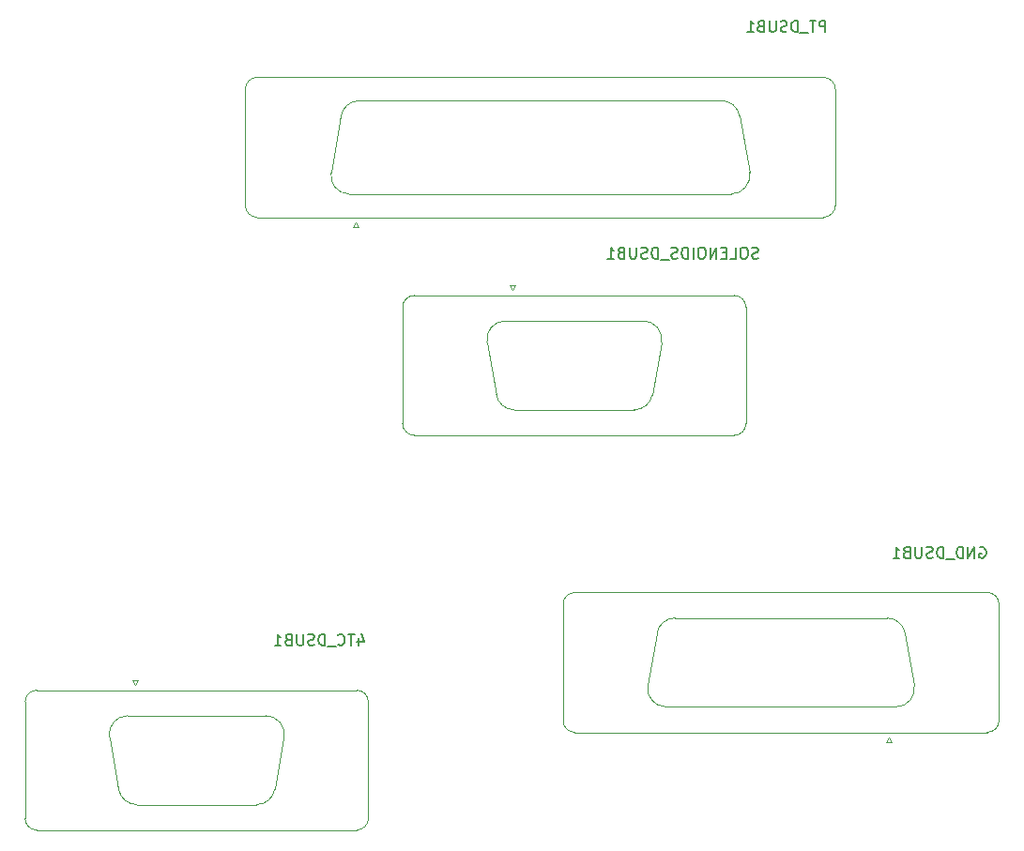
<source format=gbr>
%TF.GenerationSoftware,KiCad,Pcbnew,7.0.7*%
%TF.CreationDate,2024-02-25T12:29:17-08:00*%
%TF.ProjectId,Connector-board,436f6e6e-6563-4746-9f72-2d626f617264,rev?*%
%TF.SameCoordinates,Original*%
%TF.FileFunction,Legend,Bot*%
%TF.FilePolarity,Positive*%
%FSLAX46Y46*%
G04 Gerber Fmt 4.6, Leading zero omitted, Abs format (unit mm)*
G04 Created by KiCad (PCBNEW 7.0.7) date 2024-02-25 12:29:17*
%MOMM*%
%LPD*%
G01*
G04 APERTURE LIST*
%ADD10C,0.150000*%
%ADD11C,0.120000*%
G04 APERTURE END LIST*
D10*
X157747619Y-123988152D02*
X157747619Y-124654819D01*
X157985714Y-123607200D02*
X158223809Y-124321485D01*
X158223809Y-124321485D02*
X157604762Y-124321485D01*
X157366666Y-123654819D02*
X156795238Y-123654819D01*
X157080952Y-124654819D02*
X157080952Y-123654819D01*
X155890476Y-124559580D02*
X155938095Y-124607200D01*
X155938095Y-124607200D02*
X156080952Y-124654819D01*
X156080952Y-124654819D02*
X156176190Y-124654819D01*
X156176190Y-124654819D02*
X156319047Y-124607200D01*
X156319047Y-124607200D02*
X156414285Y-124511961D01*
X156414285Y-124511961D02*
X156461904Y-124416723D01*
X156461904Y-124416723D02*
X156509523Y-124226247D01*
X156509523Y-124226247D02*
X156509523Y-124083390D01*
X156509523Y-124083390D02*
X156461904Y-123892914D01*
X156461904Y-123892914D02*
X156414285Y-123797676D01*
X156414285Y-123797676D02*
X156319047Y-123702438D01*
X156319047Y-123702438D02*
X156176190Y-123654819D01*
X156176190Y-123654819D02*
X156080952Y-123654819D01*
X156080952Y-123654819D02*
X155938095Y-123702438D01*
X155938095Y-123702438D02*
X155890476Y-123750057D01*
X155700000Y-124750057D02*
X154938095Y-124750057D01*
X154699999Y-124654819D02*
X154699999Y-123654819D01*
X154699999Y-123654819D02*
X154461904Y-123654819D01*
X154461904Y-123654819D02*
X154319047Y-123702438D01*
X154319047Y-123702438D02*
X154223809Y-123797676D01*
X154223809Y-123797676D02*
X154176190Y-123892914D01*
X154176190Y-123892914D02*
X154128571Y-124083390D01*
X154128571Y-124083390D02*
X154128571Y-124226247D01*
X154128571Y-124226247D02*
X154176190Y-124416723D01*
X154176190Y-124416723D02*
X154223809Y-124511961D01*
X154223809Y-124511961D02*
X154319047Y-124607200D01*
X154319047Y-124607200D02*
X154461904Y-124654819D01*
X154461904Y-124654819D02*
X154699999Y-124654819D01*
X153747618Y-124607200D02*
X153604761Y-124654819D01*
X153604761Y-124654819D02*
X153366666Y-124654819D01*
X153366666Y-124654819D02*
X153271428Y-124607200D01*
X153271428Y-124607200D02*
X153223809Y-124559580D01*
X153223809Y-124559580D02*
X153176190Y-124464342D01*
X153176190Y-124464342D02*
X153176190Y-124369104D01*
X153176190Y-124369104D02*
X153223809Y-124273866D01*
X153223809Y-124273866D02*
X153271428Y-124226247D01*
X153271428Y-124226247D02*
X153366666Y-124178628D01*
X153366666Y-124178628D02*
X153557142Y-124131009D01*
X153557142Y-124131009D02*
X153652380Y-124083390D01*
X153652380Y-124083390D02*
X153699999Y-124035771D01*
X153699999Y-124035771D02*
X153747618Y-123940533D01*
X153747618Y-123940533D02*
X153747618Y-123845295D01*
X153747618Y-123845295D02*
X153699999Y-123750057D01*
X153699999Y-123750057D02*
X153652380Y-123702438D01*
X153652380Y-123702438D02*
X153557142Y-123654819D01*
X153557142Y-123654819D02*
X153319047Y-123654819D01*
X153319047Y-123654819D02*
X153176190Y-123702438D01*
X152747618Y-123654819D02*
X152747618Y-124464342D01*
X152747618Y-124464342D02*
X152699999Y-124559580D01*
X152699999Y-124559580D02*
X152652380Y-124607200D01*
X152652380Y-124607200D02*
X152557142Y-124654819D01*
X152557142Y-124654819D02*
X152366666Y-124654819D01*
X152366666Y-124654819D02*
X152271428Y-124607200D01*
X152271428Y-124607200D02*
X152223809Y-124559580D01*
X152223809Y-124559580D02*
X152176190Y-124464342D01*
X152176190Y-124464342D02*
X152176190Y-123654819D01*
X151366666Y-124131009D02*
X151223809Y-124178628D01*
X151223809Y-124178628D02*
X151176190Y-124226247D01*
X151176190Y-124226247D02*
X151128571Y-124321485D01*
X151128571Y-124321485D02*
X151128571Y-124464342D01*
X151128571Y-124464342D02*
X151176190Y-124559580D01*
X151176190Y-124559580D02*
X151223809Y-124607200D01*
X151223809Y-124607200D02*
X151319047Y-124654819D01*
X151319047Y-124654819D02*
X151699999Y-124654819D01*
X151699999Y-124654819D02*
X151699999Y-123654819D01*
X151699999Y-123654819D02*
X151366666Y-123654819D01*
X151366666Y-123654819D02*
X151271428Y-123702438D01*
X151271428Y-123702438D02*
X151223809Y-123750057D01*
X151223809Y-123750057D02*
X151176190Y-123845295D01*
X151176190Y-123845295D02*
X151176190Y-123940533D01*
X151176190Y-123940533D02*
X151223809Y-124035771D01*
X151223809Y-124035771D02*
X151271428Y-124083390D01*
X151271428Y-124083390D02*
X151366666Y-124131009D01*
X151366666Y-124131009D02*
X151699999Y-124131009D01*
X150176190Y-124654819D02*
X150747618Y-124654819D01*
X150461904Y-124654819D02*
X150461904Y-123654819D01*
X150461904Y-123654819D02*
X150557142Y-123797676D01*
X150557142Y-123797676D02*
X150652380Y-123892914D01*
X150652380Y-123892914D02*
X150747618Y-123940533D01*
X213774047Y-115822438D02*
X213869285Y-115774819D01*
X213869285Y-115774819D02*
X214012142Y-115774819D01*
X214012142Y-115774819D02*
X214154999Y-115822438D01*
X214154999Y-115822438D02*
X214250237Y-115917676D01*
X214250237Y-115917676D02*
X214297856Y-116012914D01*
X214297856Y-116012914D02*
X214345475Y-116203390D01*
X214345475Y-116203390D02*
X214345475Y-116346247D01*
X214345475Y-116346247D02*
X214297856Y-116536723D01*
X214297856Y-116536723D02*
X214250237Y-116631961D01*
X214250237Y-116631961D02*
X214154999Y-116727200D01*
X214154999Y-116727200D02*
X214012142Y-116774819D01*
X214012142Y-116774819D02*
X213916904Y-116774819D01*
X213916904Y-116774819D02*
X213774047Y-116727200D01*
X213774047Y-116727200D02*
X213726428Y-116679580D01*
X213726428Y-116679580D02*
X213726428Y-116346247D01*
X213726428Y-116346247D02*
X213916904Y-116346247D01*
X213297856Y-116774819D02*
X213297856Y-115774819D01*
X213297856Y-115774819D02*
X212726428Y-116774819D01*
X212726428Y-116774819D02*
X212726428Y-115774819D01*
X212250237Y-116774819D02*
X212250237Y-115774819D01*
X212250237Y-115774819D02*
X212012142Y-115774819D01*
X212012142Y-115774819D02*
X211869285Y-115822438D01*
X211869285Y-115822438D02*
X211774047Y-115917676D01*
X211774047Y-115917676D02*
X211726428Y-116012914D01*
X211726428Y-116012914D02*
X211678809Y-116203390D01*
X211678809Y-116203390D02*
X211678809Y-116346247D01*
X211678809Y-116346247D02*
X211726428Y-116536723D01*
X211726428Y-116536723D02*
X211774047Y-116631961D01*
X211774047Y-116631961D02*
X211869285Y-116727200D01*
X211869285Y-116727200D02*
X212012142Y-116774819D01*
X212012142Y-116774819D02*
X212250237Y-116774819D01*
X211488333Y-116870057D02*
X210726428Y-116870057D01*
X210488332Y-116774819D02*
X210488332Y-115774819D01*
X210488332Y-115774819D02*
X210250237Y-115774819D01*
X210250237Y-115774819D02*
X210107380Y-115822438D01*
X210107380Y-115822438D02*
X210012142Y-115917676D01*
X210012142Y-115917676D02*
X209964523Y-116012914D01*
X209964523Y-116012914D02*
X209916904Y-116203390D01*
X209916904Y-116203390D02*
X209916904Y-116346247D01*
X209916904Y-116346247D02*
X209964523Y-116536723D01*
X209964523Y-116536723D02*
X210012142Y-116631961D01*
X210012142Y-116631961D02*
X210107380Y-116727200D01*
X210107380Y-116727200D02*
X210250237Y-116774819D01*
X210250237Y-116774819D02*
X210488332Y-116774819D01*
X209535951Y-116727200D02*
X209393094Y-116774819D01*
X209393094Y-116774819D02*
X209154999Y-116774819D01*
X209154999Y-116774819D02*
X209059761Y-116727200D01*
X209059761Y-116727200D02*
X209012142Y-116679580D01*
X209012142Y-116679580D02*
X208964523Y-116584342D01*
X208964523Y-116584342D02*
X208964523Y-116489104D01*
X208964523Y-116489104D02*
X209012142Y-116393866D01*
X209012142Y-116393866D02*
X209059761Y-116346247D01*
X209059761Y-116346247D02*
X209154999Y-116298628D01*
X209154999Y-116298628D02*
X209345475Y-116251009D01*
X209345475Y-116251009D02*
X209440713Y-116203390D01*
X209440713Y-116203390D02*
X209488332Y-116155771D01*
X209488332Y-116155771D02*
X209535951Y-116060533D01*
X209535951Y-116060533D02*
X209535951Y-115965295D01*
X209535951Y-115965295D02*
X209488332Y-115870057D01*
X209488332Y-115870057D02*
X209440713Y-115822438D01*
X209440713Y-115822438D02*
X209345475Y-115774819D01*
X209345475Y-115774819D02*
X209107380Y-115774819D01*
X209107380Y-115774819D02*
X208964523Y-115822438D01*
X208535951Y-115774819D02*
X208535951Y-116584342D01*
X208535951Y-116584342D02*
X208488332Y-116679580D01*
X208488332Y-116679580D02*
X208440713Y-116727200D01*
X208440713Y-116727200D02*
X208345475Y-116774819D01*
X208345475Y-116774819D02*
X208154999Y-116774819D01*
X208154999Y-116774819D02*
X208059761Y-116727200D01*
X208059761Y-116727200D02*
X208012142Y-116679580D01*
X208012142Y-116679580D02*
X207964523Y-116584342D01*
X207964523Y-116584342D02*
X207964523Y-115774819D01*
X207154999Y-116251009D02*
X207012142Y-116298628D01*
X207012142Y-116298628D02*
X206964523Y-116346247D01*
X206964523Y-116346247D02*
X206916904Y-116441485D01*
X206916904Y-116441485D02*
X206916904Y-116584342D01*
X206916904Y-116584342D02*
X206964523Y-116679580D01*
X206964523Y-116679580D02*
X207012142Y-116727200D01*
X207012142Y-116727200D02*
X207107380Y-116774819D01*
X207107380Y-116774819D02*
X207488332Y-116774819D01*
X207488332Y-116774819D02*
X207488332Y-115774819D01*
X207488332Y-115774819D02*
X207154999Y-115774819D01*
X207154999Y-115774819D02*
X207059761Y-115822438D01*
X207059761Y-115822438D02*
X207012142Y-115870057D01*
X207012142Y-115870057D02*
X206964523Y-115965295D01*
X206964523Y-115965295D02*
X206964523Y-116060533D01*
X206964523Y-116060533D02*
X207012142Y-116155771D01*
X207012142Y-116155771D02*
X207059761Y-116203390D01*
X207059761Y-116203390D02*
X207154999Y-116251009D01*
X207154999Y-116251009D02*
X207488332Y-116251009D01*
X205964523Y-116774819D02*
X206535951Y-116774819D01*
X206250237Y-116774819D02*
X206250237Y-115774819D01*
X206250237Y-115774819D02*
X206345475Y-115917676D01*
X206345475Y-115917676D02*
X206440713Y-116012914D01*
X206440713Y-116012914D02*
X206535951Y-116060533D01*
X193785713Y-89707200D02*
X193642856Y-89754819D01*
X193642856Y-89754819D02*
X193404761Y-89754819D01*
X193404761Y-89754819D02*
X193309523Y-89707200D01*
X193309523Y-89707200D02*
X193261904Y-89659580D01*
X193261904Y-89659580D02*
X193214285Y-89564342D01*
X193214285Y-89564342D02*
X193214285Y-89469104D01*
X193214285Y-89469104D02*
X193261904Y-89373866D01*
X193261904Y-89373866D02*
X193309523Y-89326247D01*
X193309523Y-89326247D02*
X193404761Y-89278628D01*
X193404761Y-89278628D02*
X193595237Y-89231009D01*
X193595237Y-89231009D02*
X193690475Y-89183390D01*
X193690475Y-89183390D02*
X193738094Y-89135771D01*
X193738094Y-89135771D02*
X193785713Y-89040533D01*
X193785713Y-89040533D02*
X193785713Y-88945295D01*
X193785713Y-88945295D02*
X193738094Y-88850057D01*
X193738094Y-88850057D02*
X193690475Y-88802438D01*
X193690475Y-88802438D02*
X193595237Y-88754819D01*
X193595237Y-88754819D02*
X193357142Y-88754819D01*
X193357142Y-88754819D02*
X193214285Y-88802438D01*
X192595237Y-88754819D02*
X192404761Y-88754819D01*
X192404761Y-88754819D02*
X192309523Y-88802438D01*
X192309523Y-88802438D02*
X192214285Y-88897676D01*
X192214285Y-88897676D02*
X192166666Y-89088152D01*
X192166666Y-89088152D02*
X192166666Y-89421485D01*
X192166666Y-89421485D02*
X192214285Y-89611961D01*
X192214285Y-89611961D02*
X192309523Y-89707200D01*
X192309523Y-89707200D02*
X192404761Y-89754819D01*
X192404761Y-89754819D02*
X192595237Y-89754819D01*
X192595237Y-89754819D02*
X192690475Y-89707200D01*
X192690475Y-89707200D02*
X192785713Y-89611961D01*
X192785713Y-89611961D02*
X192833332Y-89421485D01*
X192833332Y-89421485D02*
X192833332Y-89088152D01*
X192833332Y-89088152D02*
X192785713Y-88897676D01*
X192785713Y-88897676D02*
X192690475Y-88802438D01*
X192690475Y-88802438D02*
X192595237Y-88754819D01*
X191261904Y-89754819D02*
X191738094Y-89754819D01*
X191738094Y-89754819D02*
X191738094Y-88754819D01*
X190928570Y-89231009D02*
X190595237Y-89231009D01*
X190452380Y-89754819D02*
X190928570Y-89754819D01*
X190928570Y-89754819D02*
X190928570Y-88754819D01*
X190928570Y-88754819D02*
X190452380Y-88754819D01*
X190023808Y-89754819D02*
X190023808Y-88754819D01*
X190023808Y-88754819D02*
X189452380Y-89754819D01*
X189452380Y-89754819D02*
X189452380Y-88754819D01*
X188785713Y-88754819D02*
X188595237Y-88754819D01*
X188595237Y-88754819D02*
X188499999Y-88802438D01*
X188499999Y-88802438D02*
X188404761Y-88897676D01*
X188404761Y-88897676D02*
X188357142Y-89088152D01*
X188357142Y-89088152D02*
X188357142Y-89421485D01*
X188357142Y-89421485D02*
X188404761Y-89611961D01*
X188404761Y-89611961D02*
X188499999Y-89707200D01*
X188499999Y-89707200D02*
X188595237Y-89754819D01*
X188595237Y-89754819D02*
X188785713Y-89754819D01*
X188785713Y-89754819D02*
X188880951Y-89707200D01*
X188880951Y-89707200D02*
X188976189Y-89611961D01*
X188976189Y-89611961D02*
X189023808Y-89421485D01*
X189023808Y-89421485D02*
X189023808Y-89088152D01*
X189023808Y-89088152D02*
X188976189Y-88897676D01*
X188976189Y-88897676D02*
X188880951Y-88802438D01*
X188880951Y-88802438D02*
X188785713Y-88754819D01*
X187928570Y-89754819D02*
X187928570Y-88754819D01*
X187452380Y-89754819D02*
X187452380Y-88754819D01*
X187452380Y-88754819D02*
X187214285Y-88754819D01*
X187214285Y-88754819D02*
X187071428Y-88802438D01*
X187071428Y-88802438D02*
X186976190Y-88897676D01*
X186976190Y-88897676D02*
X186928571Y-88992914D01*
X186928571Y-88992914D02*
X186880952Y-89183390D01*
X186880952Y-89183390D02*
X186880952Y-89326247D01*
X186880952Y-89326247D02*
X186928571Y-89516723D01*
X186928571Y-89516723D02*
X186976190Y-89611961D01*
X186976190Y-89611961D02*
X187071428Y-89707200D01*
X187071428Y-89707200D02*
X187214285Y-89754819D01*
X187214285Y-89754819D02*
X187452380Y-89754819D01*
X186499999Y-89707200D02*
X186357142Y-89754819D01*
X186357142Y-89754819D02*
X186119047Y-89754819D01*
X186119047Y-89754819D02*
X186023809Y-89707200D01*
X186023809Y-89707200D02*
X185976190Y-89659580D01*
X185976190Y-89659580D02*
X185928571Y-89564342D01*
X185928571Y-89564342D02*
X185928571Y-89469104D01*
X185928571Y-89469104D02*
X185976190Y-89373866D01*
X185976190Y-89373866D02*
X186023809Y-89326247D01*
X186023809Y-89326247D02*
X186119047Y-89278628D01*
X186119047Y-89278628D02*
X186309523Y-89231009D01*
X186309523Y-89231009D02*
X186404761Y-89183390D01*
X186404761Y-89183390D02*
X186452380Y-89135771D01*
X186452380Y-89135771D02*
X186499999Y-89040533D01*
X186499999Y-89040533D02*
X186499999Y-88945295D01*
X186499999Y-88945295D02*
X186452380Y-88850057D01*
X186452380Y-88850057D02*
X186404761Y-88802438D01*
X186404761Y-88802438D02*
X186309523Y-88754819D01*
X186309523Y-88754819D02*
X186071428Y-88754819D01*
X186071428Y-88754819D02*
X185928571Y-88802438D01*
X185738095Y-89850057D02*
X184976190Y-89850057D01*
X184738094Y-89754819D02*
X184738094Y-88754819D01*
X184738094Y-88754819D02*
X184499999Y-88754819D01*
X184499999Y-88754819D02*
X184357142Y-88802438D01*
X184357142Y-88802438D02*
X184261904Y-88897676D01*
X184261904Y-88897676D02*
X184214285Y-88992914D01*
X184214285Y-88992914D02*
X184166666Y-89183390D01*
X184166666Y-89183390D02*
X184166666Y-89326247D01*
X184166666Y-89326247D02*
X184214285Y-89516723D01*
X184214285Y-89516723D02*
X184261904Y-89611961D01*
X184261904Y-89611961D02*
X184357142Y-89707200D01*
X184357142Y-89707200D02*
X184499999Y-89754819D01*
X184499999Y-89754819D02*
X184738094Y-89754819D01*
X183785713Y-89707200D02*
X183642856Y-89754819D01*
X183642856Y-89754819D02*
X183404761Y-89754819D01*
X183404761Y-89754819D02*
X183309523Y-89707200D01*
X183309523Y-89707200D02*
X183261904Y-89659580D01*
X183261904Y-89659580D02*
X183214285Y-89564342D01*
X183214285Y-89564342D02*
X183214285Y-89469104D01*
X183214285Y-89469104D02*
X183261904Y-89373866D01*
X183261904Y-89373866D02*
X183309523Y-89326247D01*
X183309523Y-89326247D02*
X183404761Y-89278628D01*
X183404761Y-89278628D02*
X183595237Y-89231009D01*
X183595237Y-89231009D02*
X183690475Y-89183390D01*
X183690475Y-89183390D02*
X183738094Y-89135771D01*
X183738094Y-89135771D02*
X183785713Y-89040533D01*
X183785713Y-89040533D02*
X183785713Y-88945295D01*
X183785713Y-88945295D02*
X183738094Y-88850057D01*
X183738094Y-88850057D02*
X183690475Y-88802438D01*
X183690475Y-88802438D02*
X183595237Y-88754819D01*
X183595237Y-88754819D02*
X183357142Y-88754819D01*
X183357142Y-88754819D02*
X183214285Y-88802438D01*
X182785713Y-88754819D02*
X182785713Y-89564342D01*
X182785713Y-89564342D02*
X182738094Y-89659580D01*
X182738094Y-89659580D02*
X182690475Y-89707200D01*
X182690475Y-89707200D02*
X182595237Y-89754819D01*
X182595237Y-89754819D02*
X182404761Y-89754819D01*
X182404761Y-89754819D02*
X182309523Y-89707200D01*
X182309523Y-89707200D02*
X182261904Y-89659580D01*
X182261904Y-89659580D02*
X182214285Y-89564342D01*
X182214285Y-89564342D02*
X182214285Y-88754819D01*
X181404761Y-89231009D02*
X181261904Y-89278628D01*
X181261904Y-89278628D02*
X181214285Y-89326247D01*
X181214285Y-89326247D02*
X181166666Y-89421485D01*
X181166666Y-89421485D02*
X181166666Y-89564342D01*
X181166666Y-89564342D02*
X181214285Y-89659580D01*
X181214285Y-89659580D02*
X181261904Y-89707200D01*
X181261904Y-89707200D02*
X181357142Y-89754819D01*
X181357142Y-89754819D02*
X181738094Y-89754819D01*
X181738094Y-89754819D02*
X181738094Y-88754819D01*
X181738094Y-88754819D02*
X181404761Y-88754819D01*
X181404761Y-88754819D02*
X181309523Y-88802438D01*
X181309523Y-88802438D02*
X181261904Y-88850057D01*
X181261904Y-88850057D02*
X181214285Y-88945295D01*
X181214285Y-88945295D02*
X181214285Y-89040533D01*
X181214285Y-89040533D02*
X181261904Y-89135771D01*
X181261904Y-89135771D02*
X181309523Y-89183390D01*
X181309523Y-89183390D02*
X181404761Y-89231009D01*
X181404761Y-89231009D02*
X181738094Y-89231009D01*
X180214285Y-89754819D02*
X180785713Y-89754819D01*
X180499999Y-89754819D02*
X180499999Y-88754819D01*
X180499999Y-88754819D02*
X180595237Y-88897676D01*
X180595237Y-88897676D02*
X180690475Y-88992914D01*
X180690475Y-88992914D02*
X180785713Y-89040533D01*
X199854999Y-69294819D02*
X199854999Y-68294819D01*
X199854999Y-68294819D02*
X199474047Y-68294819D01*
X199474047Y-68294819D02*
X199378809Y-68342438D01*
X199378809Y-68342438D02*
X199331190Y-68390057D01*
X199331190Y-68390057D02*
X199283571Y-68485295D01*
X199283571Y-68485295D02*
X199283571Y-68628152D01*
X199283571Y-68628152D02*
X199331190Y-68723390D01*
X199331190Y-68723390D02*
X199378809Y-68771009D01*
X199378809Y-68771009D02*
X199474047Y-68818628D01*
X199474047Y-68818628D02*
X199854999Y-68818628D01*
X198997856Y-68294819D02*
X198426428Y-68294819D01*
X198712142Y-69294819D02*
X198712142Y-68294819D01*
X198331190Y-69390057D02*
X197569285Y-69390057D01*
X197331189Y-69294819D02*
X197331189Y-68294819D01*
X197331189Y-68294819D02*
X197093094Y-68294819D01*
X197093094Y-68294819D02*
X196950237Y-68342438D01*
X196950237Y-68342438D02*
X196854999Y-68437676D01*
X196854999Y-68437676D02*
X196807380Y-68532914D01*
X196807380Y-68532914D02*
X196759761Y-68723390D01*
X196759761Y-68723390D02*
X196759761Y-68866247D01*
X196759761Y-68866247D02*
X196807380Y-69056723D01*
X196807380Y-69056723D02*
X196854999Y-69151961D01*
X196854999Y-69151961D02*
X196950237Y-69247200D01*
X196950237Y-69247200D02*
X197093094Y-69294819D01*
X197093094Y-69294819D02*
X197331189Y-69294819D01*
X196378808Y-69247200D02*
X196235951Y-69294819D01*
X196235951Y-69294819D02*
X195997856Y-69294819D01*
X195997856Y-69294819D02*
X195902618Y-69247200D01*
X195902618Y-69247200D02*
X195854999Y-69199580D01*
X195854999Y-69199580D02*
X195807380Y-69104342D01*
X195807380Y-69104342D02*
X195807380Y-69009104D01*
X195807380Y-69009104D02*
X195854999Y-68913866D01*
X195854999Y-68913866D02*
X195902618Y-68866247D01*
X195902618Y-68866247D02*
X195997856Y-68818628D01*
X195997856Y-68818628D02*
X196188332Y-68771009D01*
X196188332Y-68771009D02*
X196283570Y-68723390D01*
X196283570Y-68723390D02*
X196331189Y-68675771D01*
X196331189Y-68675771D02*
X196378808Y-68580533D01*
X196378808Y-68580533D02*
X196378808Y-68485295D01*
X196378808Y-68485295D02*
X196331189Y-68390057D01*
X196331189Y-68390057D02*
X196283570Y-68342438D01*
X196283570Y-68342438D02*
X196188332Y-68294819D01*
X196188332Y-68294819D02*
X195950237Y-68294819D01*
X195950237Y-68294819D02*
X195807380Y-68342438D01*
X195378808Y-68294819D02*
X195378808Y-69104342D01*
X195378808Y-69104342D02*
X195331189Y-69199580D01*
X195331189Y-69199580D02*
X195283570Y-69247200D01*
X195283570Y-69247200D02*
X195188332Y-69294819D01*
X195188332Y-69294819D02*
X194997856Y-69294819D01*
X194997856Y-69294819D02*
X194902618Y-69247200D01*
X194902618Y-69247200D02*
X194854999Y-69199580D01*
X194854999Y-69199580D02*
X194807380Y-69104342D01*
X194807380Y-69104342D02*
X194807380Y-68294819D01*
X193997856Y-68771009D02*
X193854999Y-68818628D01*
X193854999Y-68818628D02*
X193807380Y-68866247D01*
X193807380Y-68866247D02*
X193759761Y-68961485D01*
X193759761Y-68961485D02*
X193759761Y-69104342D01*
X193759761Y-69104342D02*
X193807380Y-69199580D01*
X193807380Y-69199580D02*
X193854999Y-69247200D01*
X193854999Y-69247200D02*
X193950237Y-69294819D01*
X193950237Y-69294819D02*
X194331189Y-69294819D01*
X194331189Y-69294819D02*
X194331189Y-68294819D01*
X194331189Y-68294819D02*
X193997856Y-68294819D01*
X193997856Y-68294819D02*
X193902618Y-68342438D01*
X193902618Y-68342438D02*
X193854999Y-68390057D01*
X193854999Y-68390057D02*
X193807380Y-68485295D01*
X193807380Y-68485295D02*
X193807380Y-68580533D01*
X193807380Y-68580533D02*
X193854999Y-68675771D01*
X193854999Y-68675771D02*
X193902618Y-68723390D01*
X193902618Y-68723390D02*
X193997856Y-68771009D01*
X193997856Y-68771009D02*
X194331189Y-68771009D01*
X192807380Y-69294819D02*
X193378808Y-69294819D01*
X193093094Y-69294819D02*
X193093094Y-68294819D01*
X193093094Y-68294819D02*
X193188332Y-68437676D01*
X193188332Y-68437676D02*
X193283570Y-68532914D01*
X193283570Y-68532914D02*
X193378808Y-68580533D01*
D11*
%TO.C,4TC_DSUB1*%
X158625000Y-140270000D02*
X158625000Y-129770000D01*
X157565000Y-128710000D02*
X128715000Y-128710000D01*
X151006470Y-132958256D02*
X150177733Y-137658256D01*
X149371689Y-131010000D02*
X136908311Y-131010000D01*
X148542952Y-139030000D02*
X137737048Y-139030000D01*
X137850000Y-127815662D02*
X137350000Y-127815662D01*
X137600000Y-128248675D02*
X137850000Y-127815662D01*
X137350000Y-127815662D02*
X137600000Y-128248675D01*
X135273530Y-132958256D02*
X136102267Y-137658256D01*
X128715000Y-141330000D02*
X157565000Y-141330000D01*
X127655000Y-129770000D02*
X127655000Y-140270000D01*
X157565000Y-141330000D02*
G75*
G03*
X158625000Y-140270000I-1J1060001D01*
G01*
X158625000Y-129770000D02*
G75*
G03*
X157565000Y-128710000I-1060001J-1D01*
G01*
X148542952Y-139029999D02*
G75*
G03*
X150177732Y-137658256I-2J1660002D01*
G01*
X151006470Y-132958256D02*
G75*
G03*
X149371689Y-131010000I-1634780J288257D01*
G01*
X136102267Y-137658256D02*
G75*
G03*
X137737048Y-139030000I1634780J288255D01*
G01*
X136908311Y-131010001D02*
G75*
G03*
X135273530Y-132958256I-1J-1659999D01*
G01*
X127655000Y-140270000D02*
G75*
G03*
X128715000Y-141330000I1060000J0D01*
G01*
X128715000Y-128710000D02*
G75*
G03*
X127655000Y-129770000I0J-1060000D01*
G01*
%TO.C,GND_DSUB1*%
X176190000Y-120950000D02*
X176190000Y-131450000D01*
X177250000Y-132510000D02*
X214450000Y-132510000D01*
X183833530Y-128261744D02*
X184662267Y-123561744D01*
X185468311Y-130210000D02*
X206231689Y-130210000D01*
X186297048Y-122190000D02*
X205402952Y-122190000D01*
X205295000Y-133404338D02*
X205795000Y-133404338D01*
X205545000Y-132971325D02*
X205295000Y-133404338D01*
X205795000Y-133404338D02*
X205545000Y-132971325D01*
X207866470Y-128261744D02*
X207037733Y-123561744D01*
X214450000Y-119890000D02*
X177250000Y-119890000D01*
X215510000Y-131450000D02*
X215510000Y-120950000D01*
X177250000Y-119890000D02*
G75*
G03*
X176190000Y-120950000I1J-1060001D01*
G01*
X176190000Y-131450000D02*
G75*
G03*
X177250000Y-132510000I1060001J1D01*
G01*
X186297048Y-122190001D02*
G75*
G03*
X184662268Y-123561744I2J-1660002D01*
G01*
X183833530Y-128261744D02*
G75*
G03*
X185468311Y-130210000I1634780J-288257D01*
G01*
X207037733Y-123561744D02*
G75*
G03*
X205402952Y-122190000I-1634780J-288255D01*
G01*
X206231689Y-130209999D02*
G75*
G03*
X207866470Y-128261744I1J1659999D01*
G01*
X215510000Y-120950000D02*
G75*
G03*
X214450000Y-119890000I-1060000J0D01*
G01*
X214450000Y-132510000D02*
G75*
G03*
X215510000Y-131450000I0J1060000D01*
G01*
%TO.C,SOLENOIDS_DSUB1*%
X192685000Y-104650000D02*
X192685000Y-94150000D01*
X191625000Y-93090000D02*
X162775000Y-93090000D01*
X185066470Y-97338256D02*
X184237733Y-102038256D01*
X183431689Y-95390000D02*
X170968311Y-95390000D01*
X182602952Y-103410000D02*
X171797048Y-103410000D01*
X171910000Y-92195662D02*
X171410000Y-92195662D01*
X171660000Y-92628675D02*
X171910000Y-92195662D01*
X171410000Y-92195662D02*
X171660000Y-92628675D01*
X169333530Y-97338256D02*
X170162267Y-102038256D01*
X162775000Y-105710000D02*
X191625000Y-105710000D01*
X161715000Y-94150000D02*
X161715000Y-104650000D01*
X191625000Y-105710000D02*
G75*
G03*
X192685000Y-104650000I-1J1060001D01*
G01*
X192685000Y-94150000D02*
G75*
G03*
X191625000Y-93090000I-1060001J-1D01*
G01*
X182602952Y-103409999D02*
G75*
G03*
X184237732Y-102038256I-2J1660002D01*
G01*
X185066470Y-97338256D02*
G75*
G03*
X183431689Y-95390000I-1634780J288257D01*
G01*
X170162267Y-102038256D02*
G75*
G03*
X171797048Y-103410000I1634780J288255D01*
G01*
X170968311Y-95390001D02*
G75*
G03*
X169333530Y-97338256I-1J-1659999D01*
G01*
X161715000Y-104650000D02*
G75*
G03*
X162775000Y-105710000I1060000J0D01*
G01*
X162775000Y-93090000D02*
G75*
G03*
X161715000Y-94150000I0J-1060000D01*
G01*
%TO.C,PT_DSUB1*%
X147525000Y-74470000D02*
X147525000Y-84970000D01*
X148585000Y-86030000D02*
X199685000Y-86030000D01*
X155268530Y-81981744D02*
X156167798Y-76881744D01*
X156903311Y-83930000D02*
X191366689Y-83930000D01*
X157265000Y-86924338D02*
X157765000Y-86924338D01*
X157515000Y-86491325D02*
X157265000Y-86924338D01*
X157765000Y-86924338D02*
X157515000Y-86491325D01*
X157802579Y-75510000D02*
X190467421Y-75510000D01*
X193001470Y-81981744D02*
X192102202Y-76881744D01*
X199685000Y-73410000D02*
X148585000Y-73410000D01*
X200745000Y-84970000D02*
X200745000Y-74470000D01*
X148585000Y-73410000D02*
G75*
G03*
X147525000Y-74470000I1J-1060001D01*
G01*
X147525000Y-84970000D02*
G75*
G03*
X148585000Y-86030000I1060001J1D01*
G01*
X157802579Y-75510001D02*
G75*
G03*
X156167799Y-76881744I-1J-1659998D01*
G01*
X155268530Y-81981744D02*
G75*
G03*
X156903311Y-83930000I1634780J-288257D01*
G01*
X192102182Y-76881748D02*
G75*
G03*
X190467421Y-75510000I-1634782J-288252D01*
G01*
X191366689Y-83929989D02*
G75*
G03*
X193001470Y-81981744I11J1659989D01*
G01*
X200745000Y-74470000D02*
G75*
G03*
X199685000Y-73410000I-1060000J0D01*
G01*
X199685000Y-86030000D02*
G75*
G03*
X200745000Y-84970000I0J1060000D01*
G01*
%TD*%
M02*

</source>
